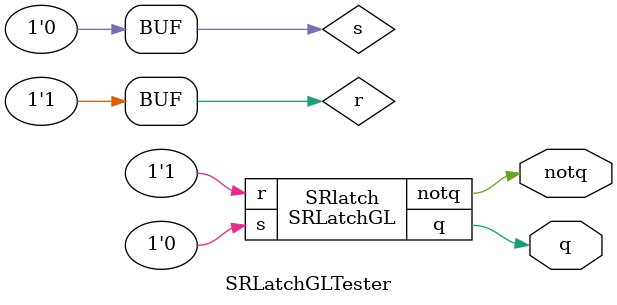
<source format=v>

module SRLatchGL(r,s,q,notq);
input r, s;
output q, notq;

// RSlatch
nor(q, r, notq);
nor(notq, s, q);

endmodule

module SRLatchGLTester(q,notq);
output q, notq;
wire r, s;

SRLatchGL SRlatch(.r(r), .s(s), .q(q), .notq(notq));

assign r = 1'b1; // reset
assign s = 1'b0; // set

endmodule

</source>
